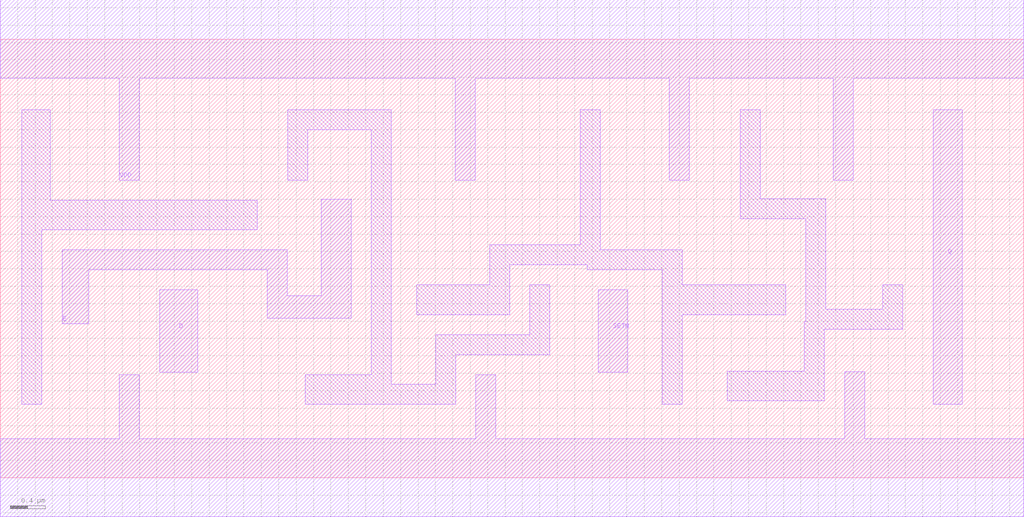
<source format=lef>
# Copyright 2022 GlobalFoundries PDK Authors
#
# Licensed under the Apache License, Version 2.0 (the "License");
# you may not use this file except in compliance with the License.
# You may obtain a copy of the License at
#
#      http://www.apache.org/licenses/LICENSE-2.0
#
# Unless required by applicable law or agreed to in writing, software
# distributed under the License is distributed on an "AS IS" BASIS,
# WITHOUT WARRANTIES OR CONDITIONS OF ANY KIND, either express or implied.
# See the License for the specific language governing permissions and
# limitations under the License.

MACRO gf180mcu_fd_sc_mcu9t5v0__latsnq_1
  CLASS core ;
  FOREIGN gf180mcu_fd_sc_mcu9t5v0__latsnq_1 0.0 0.0 ;
  ORIGIN 0 0 ;
  SYMMETRY X Y ;
  SITE GF018hv5v_green_sc9 ;
  SIZE 11.76 BY 5.04 ;
  PIN D
    DIRECTION INPUT ;
    ANTENNAGATEAREA 0.92 ;
    PORT
      LAYER METAL1 ;
        POLYGON 1.83 1.21 2.27 1.21 2.27 2.16 1.83 2.16  ;
    END
  END D
  PIN E
    DIRECTION INPUT ;
    USE clock ;
    ANTENNAGATEAREA 2.084 ;
    PORT
      LAYER METAL1 ;
        POLYGON 0.71 1.77 1.015 1.77 1.015 2.39 3.065 2.39 3.065 1.83 4.03 1.83 4.03 3.2 3.69 3.2 3.69 2.09 3.295 2.09 3.295 2.62 0.71 2.62  ;
    END
  END E
  PIN SETN
    DIRECTION INPUT ;
    ANTENNAGATEAREA 1.164 ;
    PORT
      LAYER METAL1 ;
        POLYGON 6.87 1.21 7.21 1.21 7.21 2.16 6.87 2.16  ;
    END
  END SETN
  PIN Q
    DIRECTION OUTPUT ;
    ANTENNADIFFAREA 1.386 ;
    PORT
      LAYER METAL1 ;
        POLYGON 10.72 0.845 11.05 0.845 11.05 4.23 10.72 4.23  ;
    END
  END Q
  PIN VDD
    DIRECTION INOUT ;
    USE power ;
    SHAPE ABUTMENT ;
    PORT
      LAYER METAL1 ;
        POLYGON 0 4.59 1.365 4.59 1.365 3.42 1.595 3.42 1.595 4.59 2.955 4.59 5.225 4.59 5.225 3.42 5.455 3.42 5.455 4.59 7.685 4.59 7.685 3.42 7.915 3.42 7.915 4.59 9.57 4.59 9.57 3.42 9.8 3.42 9.8 4.59 10.37 4.59 11.76 4.59 11.76 5.49 10.37 5.49 2.955 5.49 0 5.49  ;
    END
  END VDD
  PIN VSS
    DIRECTION INOUT ;
    USE ground ;
    SHAPE ABUTMENT ;
    PORT
      LAYER METAL1 ;
        POLYGON 0 -0.45 11.76 -0.45 11.76 0.45 9.93 0.45 9.93 1.22 9.7 1.22 9.7 0.45 5.695 0.45 5.695 1.185 5.465 1.185 5.465 0.45 1.595 0.45 1.595 1.185 1.365 1.185 1.365 0.45 0 0.45  ;
    END
  END VSS
  OBS
      LAYER METAL1 ;
        POLYGON 0.245 0.845 0.475 0.845 0.475 2.85 2.955 2.85 2.955 3.19 0.575 3.19 0.575 4.23 0.245 4.23  ;
        POLYGON 3.305 3.42 3.535 3.42 3.535 4 4.26 4 4.26 1.185 3.505 1.185 3.505 0.845 5.235 0.845 5.235 1.415 6.315 1.415 6.315 2.215 6.085 2.215 6.085 1.645 5.005 1.645 5.005 1.075 4.49 1.075 4.49 4.23 3.305 4.23  ;
        POLYGON 4.785 1.875 5.855 1.875 5.855 2.445 6.745 2.445 6.745 2.39 7.605 2.39 7.605 0.845 7.835 0.845 7.835 1.875 9.025 1.875 9.025 2.215 7.835 2.215 7.835 2.62 6.895 2.62 6.895 4.23 6.665 4.23 6.665 2.675 5.625 2.675 5.625 2.215 4.785 2.215  ;
        POLYGON 8.5 2.975 9.255 2.975 9.255 1.79 9.24 1.79 9.24 1.225 8.355 1.225 8.355 0.885 9.47 0.885 9.47 1.705 10.37 1.705 10.37 2.215 10.14 2.215 10.14 1.935 9.485 1.935 9.485 3.205 8.73 3.205 8.73 4.23 8.5 4.23  ;
  END
END gf180mcu_fd_sc_mcu9t5v0__latsnq_1

</source>
